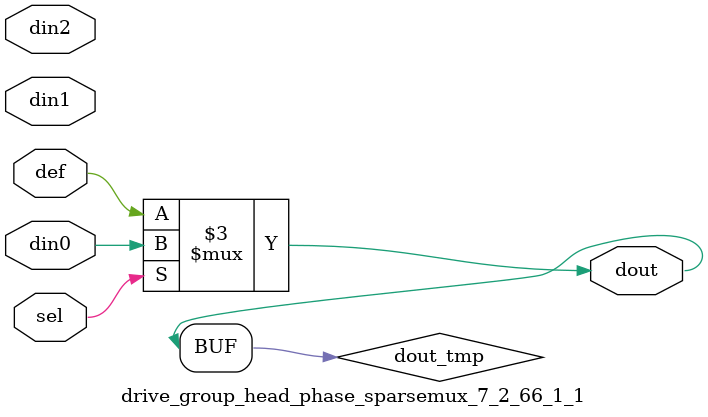
<source format=v>
`timescale 1ns / 1ps

module drive_group_head_phase_sparsemux_7_2_66_1_1 (din0,din1,din2,def,sel,dout);

parameter din0_WIDTH = 1;

parameter din1_WIDTH = 1;

parameter din2_WIDTH = 1;

parameter def_WIDTH = 1;
parameter sel_WIDTH = 1;
parameter dout_WIDTH = 1;

parameter [sel_WIDTH-1:0] CASE0 = 1;

parameter [sel_WIDTH-1:0] CASE1 = 1;

parameter [sel_WIDTH-1:0] CASE2 = 1;

parameter ID = 1;
parameter NUM_STAGE = 1;



input [din0_WIDTH-1:0] din0;

input [din1_WIDTH-1:0] din1;

input [din2_WIDTH-1:0] din2;

input [def_WIDTH-1:0] def;
input [sel_WIDTH-1:0] sel;

output [dout_WIDTH-1:0] dout;



reg [dout_WIDTH-1:0] dout_tmp;


always @ (*) begin
(* parallel_case *) case (sel)
    
    CASE0 : dout_tmp = din0;
    
    CASE1 : dout_tmp = din1;
    
    CASE2 : dout_tmp = din2;
    
    default : dout_tmp = def;
endcase
end


assign dout = dout_tmp;



endmodule

</source>
